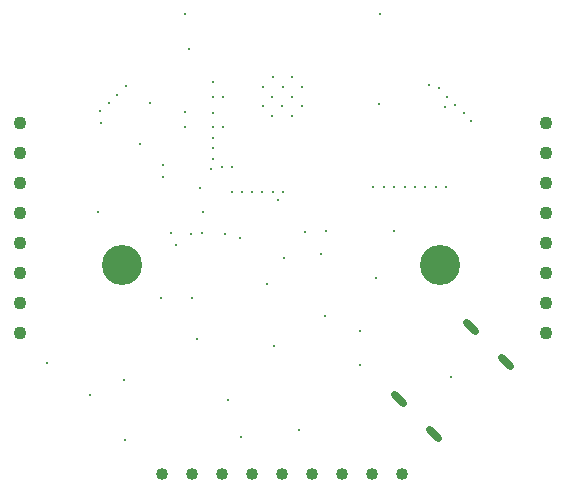
<source format=gbr>
%TF.GenerationSoftware,Altium Limited,Altium Designer,24.10.1 (45)*%
G04 Layer_Color=0*
%FSLAX45Y45*%
%MOMM*%
%TF.SameCoordinates,EEF0193C-C13F-4000-B0C4-A13F86DA6223*%
%TF.FilePolarity,Positive*%
%TF.FileFunction,Plated,1,4,PTH,Drill*%
%TF.Part,Single*%
G01*
G75*
%TA.AperFunction,ComponentDrill*%
%ADD89C,1.02006*%
%ADD90C,1.10000*%
G04:AMPARAMS|DCode=91|XSize=1.7mm|YSize=0.59995mm|CornerRadius=0mm|HoleSize=0mm|Usage=FLASHONLY|Rotation=135.000|XOffset=0mm|YOffset=0mm|HoleType=Round|Shape=Round|*
%AMOVALD91*
21,1,1.10005,0.59995,0.00000,0.00000,135.0*
1,1,0.59995,0.38892,-0.38892*
1,1,0.59995,-0.38892,0.38892*
%
%ADD91OVALD91*%

%TA.AperFunction,OtherDrill,Pad Free-5 (37.5mm,21mm)*%
%ADD92C,3.40000*%
%TA.AperFunction,OtherDrill,Pad Free-2 (10.5mm,21mm)*%
%ADD93C,3.40000*%
%TA.AperFunction,ViaDrill,NotFilled*%
%ADD94C,0.33020*%
D89*
X1396500Y325000D02*
D03*
X1650500D02*
D03*
X1904500D02*
D03*
X2158500D02*
D03*
X2412500D02*
D03*
X2666500D02*
D03*
X2920500D02*
D03*
X3174500D02*
D03*
X3428500D02*
D03*
D90*
X4640000Y3300500D02*
D03*
Y3046500D02*
D03*
Y2792500D02*
D03*
Y2538500D02*
D03*
Y2284500D02*
D03*
Y2030500D02*
D03*
Y1776500D02*
D03*
Y1522500D02*
D03*
X190000Y1522000D02*
D03*
Y1776000D02*
D03*
Y2030000D02*
D03*
Y2284000D02*
D03*
Y2538000D02*
D03*
Y2792000D02*
D03*
Y3046000D02*
D03*
Y3300000D02*
D03*
D91*
X3397863Y964038D02*
D03*
X4008808Y1574983D02*
D03*
X4304384Y1279407D02*
D03*
X3693440Y668462D02*
D03*
D92*
X3750000Y2100000D02*
D03*
D93*
X1050000D02*
D03*
D94*
X1470000Y2365000D02*
D03*
X852500Y2542500D02*
D03*
X1712500Y2745000D02*
D03*
X872500Y3302500D02*
D03*
X2415000Y2712500D02*
D03*
X2372500Y2645000D02*
D03*
X1822500Y3267500D02*
D03*
X3800000Y2757500D02*
D03*
X3710000D02*
D03*
X3790000Y3435000D02*
D03*
X3650000Y3617500D02*
D03*
X1912500Y3522500D02*
D03*
X3182500Y2757500D02*
D03*
X1805000Y2912500D02*
D03*
X1907500Y3267500D02*
D03*
X1822500Y3387500D02*
D03*
X1825000Y3520000D02*
D03*
Y3642500D02*
D03*
X2602500Y2380000D02*
D03*
X2780000Y2382500D02*
D03*
X4012500Y3312500D02*
D03*
X1925000Y2357500D02*
D03*
X1737500Y2542500D02*
D03*
X2552500Y700000D02*
D03*
X2065000Y642500D02*
D03*
X2742500Y2187500D02*
D03*
X3070000Y1247500D02*
D03*
X1947500Y955000D02*
D03*
X3070000Y1540000D02*
D03*
X1645000Y1820000D02*
D03*
X3205000Y1985000D02*
D03*
X2427500Y2155000D02*
D03*
X2277500Y1932500D02*
D03*
X2340000Y1410000D02*
D03*
X3230000Y3460000D02*
D03*
X1625000Y3927500D02*
D03*
X1072500Y1121079D02*
D03*
X1385000Y1815000D02*
D03*
X1515000Y2262500D02*
D03*
X1730000Y2365000D02*
D03*
X2330000Y2712500D02*
D03*
X2242500D02*
D03*
X2157500D02*
D03*
X2072500D02*
D03*
X1987500D02*
D03*
X2055000Y2322500D02*
D03*
X1635000Y2360000D02*
D03*
X3840000Y1152500D02*
D03*
X1692500Y1470000D02*
D03*
X2770000Y1667500D02*
D03*
X3357500Y2387500D02*
D03*
X1402500Y2845000D02*
D03*
X1405000Y2940000D02*
D03*
X420000Y1269731D02*
D03*
X1077231Y612500D02*
D03*
X780000Y997500D02*
D03*
X1210000Y3120000D02*
D03*
X1290000Y3465000D02*
D03*
X1585000Y3392500D02*
D03*
X3948536Y3382500D02*
D03*
X3877115Y3452500D02*
D03*
X1085000Y3611036D02*
D03*
X1015000Y3539615D02*
D03*
X3805658Y3522500D02*
D03*
X3735000Y3595000D02*
D03*
X871737Y3400000D02*
D03*
X942500Y3470000D02*
D03*
X3272500Y2757500D02*
D03*
X3360000D02*
D03*
X3622500D02*
D03*
X3535000D02*
D03*
X3447500D02*
D03*
X3237500Y4222500D02*
D03*
X1587500D02*
D03*
X1822500Y2995000D02*
D03*
Y3085000D02*
D03*
Y3175000D02*
D03*
X1987500Y2927500D02*
D03*
X1902500D02*
D03*
X1585000Y3267500D02*
D03*
X2492500Y3357500D02*
D03*
Y3520000D02*
D03*
X2327500Y3522500D02*
D03*
Y3357500D02*
D03*
X2247500Y3442500D02*
D03*
X2415000Y3605000D02*
D03*
X2495000Y3687500D02*
D03*
X2330000D02*
D03*
X2247500Y3607500D02*
D03*
X2412500Y3440000D02*
D03*
X2577500Y3605000D02*
D03*
X2575000Y3442500D02*
D03*
%TF.MD5,a575eba57b18d3c03e87a559a7194e37*%
M02*

</source>
